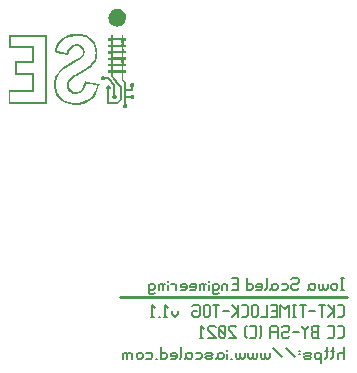
<source format=gbr>
G04 start of page 10 for group -4078 idx -4078 *
G04 Title: (unknown), bottomsilk *
G04 Creator: pcb 4.0.2 *
G04 CreationDate: Thu Apr 29 14:29:52 2021 UTC *
G04 For: petersen *
G04 Format: Gerber/RS-274X *
G04 PCB-Dimensions (mil): 4500.00 2500.00 *
G04 PCB-Coordinate-Origin: lower left *
%MOIN*%
%FSLAX25Y25*%
%LNBOTTOMSILK*%
%ADD61C,0.0070*%
%ADD60C,0.0100*%
%ADD59C,0.0001*%
G54D59*G36*
X85286Y138613D02*Y138548D01*
X85026Y138537D01*
X84760Y138597D01*
X84413Y138977D01*
X84380Y139492D01*
X84510Y139725D01*
X84689Y139894D01*
X84755Y139926D01*
Y146757D01*
X83843Y147907D01*
Y150245D01*
X81027D01*
Y149307D01*
X82433Y147527D01*
X83843Y145748D01*
Y141174D01*
X82487Y139818D01*
X79096D01*
Y144706D01*
X78998Y144776D01*
X78700Y145286D01*
X78857Y145851D01*
X79459Y146122D01*
X80035Y145813D01*
X80170Y145297D01*
X79926Y144831D01*
X79801Y144738D01*
X79796Y144576D01*
X79790Y144120D01*
Y143447D01*
X79785Y142623D01*
Y140501D01*
X82205D01*
X83181Y141478D01*
Y145487D01*
X81760Y147272D01*
X80344Y149062D01*
Y149654D01*
X80338Y150240D01*
X79427D01*
Y151026D01*
X80338D01*
Y152399D01*
X79427D01*
Y153159D01*
X80338D01*
Y154553D01*
X79427D01*
Y155312D01*
X80338D01*
Y156685D01*
X79427D01*
Y157445D01*
X80338D01*
Y158839D01*
X79427D01*
Y159598D01*
X80338D01*
Y160998D01*
X79427D01*
Y161758D01*
X80338D01*
Y163000D01*
X81027D01*
Y161758D01*
X83843D01*
Y163000D01*
X84500D01*
Y161758D01*
X85411D01*
Y160998D01*
X84510D01*
X83827Y161052D01*
X81038D01*
X81033Y160363D01*
X81022Y159669D01*
X82422D01*
X83105Y159674D01*
X83539Y159680D01*
X83762Y159691D01*
X83827Y159701D01*
X83838Y159919D01*
X83832Y160396D01*
X83827Y161052D01*
X84510Y160998D01*
Y159626D01*
X85411D01*
Y158866D01*
X84500D01*
X83843Y158909D01*
X81022D01*
X81033Y158220D01*
Y158204D01*
X81038Y157515D01*
X82422D01*
X83409Y157521D01*
X83821Y157531D01*
X83838Y157748D01*
X83843Y158231D01*
Y158909D01*
X84500Y158866D01*
X84510Y157488D01*
X85411D01*
Y156728D01*
X84500D01*
Y155356D01*
X83843Y155383D01*
Y156756D01*
X81027D01*
Y155383D01*
X83843D01*
X84500Y155356D01*
X85411D01*
Y154596D01*
X84510D01*
X83827Y154623D01*
X81027D01*
Y153240D01*
X82422D01*
X83105Y153245D01*
X83539Y153251D01*
X83762Y153262D01*
X83827Y153272D01*
X83838Y153490D01*
X83832Y153961D01*
X83827Y154623D01*
X84510Y154596D01*
Y153229D01*
X85411D01*
Y152470D01*
X84500D01*
Y151097D01*
X83843D01*
Y152470D01*
X81027D01*
Y151097D01*
X85411D01*
Y150310D01*
X84500D01*
Y148243D01*
X84972Y147652D01*
X85438Y147060D01*
Y144755D01*
X87087D01*
Y145531D01*
X86990Y145601D01*
X86751Y145910D01*
X86697Y146285D01*
X86816Y146605D01*
X87039Y146827D01*
X87332Y146930D01*
X87668Y146898D01*
X87956Y146719D01*
X88140Y146431D01*
X88151Y145997D01*
X88042Y145780D01*
X87874Y145601D01*
X87776Y145531D01*
X87771Y144804D01*
Y144071D01*
X85438D01*
Y142574D01*
X86105Y142579D01*
X86773D01*
X86838Y142677D01*
X87147Y142916D01*
X87527Y142970D01*
X87842Y142850D01*
X88059Y142628D01*
X88167Y142335D01*
X88140Y142004D01*
X87956Y141711D01*
X87657Y141521D01*
X87229D01*
X86876Y141744D01*
X86784Y141868D01*
X86588Y141885D01*
X86111Y141890D01*
X85438D01*
Y140008D01*
X85568Y139894D01*
X85764Y139644D01*
X85818Y139329D01*
X85682Y138884D01*
X85286Y138613D01*
G37*
G36*
X69444Y139633D02*Y139639D01*
X68072Y139644D01*
X66694Y139818D01*
X65229Y140263D01*
X63959Y140941D01*
X62917Y141852D01*
X62120Y142970D01*
X61610Y144234D01*
X61355Y145634D01*
X61361Y147066D01*
X61637Y148438D01*
X62125Y149578D01*
X62852Y150630D01*
X63818Y151618D01*
X65044Y152546D01*
X65522Y152855D01*
X66081Y153186D01*
X66764Y153571D01*
X67632Y154043D01*
X68403Y154466D01*
X68978Y154792D01*
X69417Y155068D01*
X69770Y155312D01*
X70497Y155980D01*
X70844Y156631D01*
X70882Y157043D01*
X70844Y157526D01*
X70660Y158123D01*
X70323Y158584D01*
X69466Y159056D01*
X68815Y159105D01*
X68180Y159040D01*
X67231Y158508D01*
X66471Y157439D01*
X66211Y156864D01*
X65983Y156262D01*
X65907Y156061D01*
X65728Y156105D01*
X65250Y156235D01*
X64545Y156436D01*
X63682Y156680D01*
X61480Y157320D01*
X61540Y157575D01*
X62033Y159078D01*
X62760Y160380D01*
X63699Y161465D01*
X64838Y162311D01*
X65977Y162837D01*
X67252Y163163D01*
X68636Y163288D01*
X70095Y163206D01*
X71967Y162767D01*
X73497Y161942D01*
X74658Y160759D01*
X75418Y159235D01*
X75711Y158036D01*
X75803Y156750D01*
X75673Y155437D01*
X75255Y154254D01*
X74718Y153370D01*
X73969Y152529D01*
X73312Y151949D01*
X72537Y151384D01*
X71522Y150755D01*
X70144Y149979D01*
X69450Y149600D01*
X68934Y149307D01*
X68527Y149062D01*
X68164Y148829D01*
X66905Y147782D01*
X66308Y146713D01*
X65706Y146887D01*
X66390Y148151D01*
X67822Y149361D01*
X68196Y149600D01*
X68620Y149855D01*
X69162Y150164D01*
X69889Y150565D01*
X70974Y151173D01*
X71777Y151650D01*
X72407Y152063D01*
X72949Y152470D01*
X73812Y153262D01*
X74452Y154103D01*
X74891Y155009D01*
X75130Y155991D01*
X75168Y156701D01*
X75141Y157477D01*
X74940Y158627D01*
X74571Y159653D01*
X74029Y160537D01*
X73329Y161264D01*
X71929Y162100D01*
X70182Y162561D01*
X68261Y162647D01*
X66504Y162344D01*
X65250Y161817D01*
X64176Y161042D01*
X63286Y160038D01*
X62608Y158823D01*
X62489Y158508D01*
X62364Y158166D01*
X62277Y157889D01*
X62250Y157765D01*
X62391Y157721D01*
X62749Y157618D01*
X63248Y157466D01*
X63824Y157298D01*
X64410Y157130D01*
X64920Y156978D01*
X65299Y156875D01*
X65462Y156826D01*
X65522Y156870D01*
X65608Y157070D01*
X66102Y158090D01*
X66677Y158855D01*
X67345Y159381D01*
X68115Y159674D01*
X68690Y159740D01*
X69271Y159723D01*
X70226Y159441D01*
X70931Y158877D01*
X71365Y158063D01*
X71511Y157021D01*
X71343Y156153D01*
X70795Y155367D01*
X70366Y154965D01*
X69813Y154564D01*
X69021Y154086D01*
X67876Y153451D01*
X66384Y152621D01*
X65310Y151960D01*
X64502Y151363D01*
X63802Y150717D01*
X63118Y149936D01*
X62597Y149117D01*
X62239Y148227D01*
X62012Y147240D01*
X61963Y146306D01*
X62012Y145351D01*
X62169Y144565D01*
X62397Y143870D01*
X62863Y142964D01*
X63466Y142183D01*
X64220Y141527D01*
X65120Y140995D01*
X66281Y140561D01*
X67611Y140306D01*
X68034Y140273D01*
X68582Y140257D01*
X69130D01*
X69526Y140268D01*
X71397Y140686D01*
X72971Y141554D01*
X74257Y142883D01*
X75255Y144662D01*
X75380Y144988D01*
X75526Y145395D01*
X75651Y145764D01*
X75700Y145948D01*
Y145981D01*
X75537Y146030D01*
X75000Y146149D01*
X73850Y146393D01*
X73220Y146529D01*
X72694Y146643D01*
X72336Y146719D01*
X72184Y146746D01*
X72135Y146730D01*
X72086Y146561D01*
X71940Y146057D01*
X71739Y145531D01*
X70947Y144288D01*
X69878Y143463D01*
X68549Y143160D01*
X67513Y143328D01*
X66656Y143789D01*
X66026Y144521D01*
X65668Y145471D01*
X65706Y146887D01*
X66308Y146713D01*
X66254Y146116D01*
X66308Y145487D01*
X66867Y144451D01*
X67887Y143865D01*
X68142Y143822D01*
X68533Y143805D01*
X68929Y143822D01*
X69167Y143865D01*
X69938Y144228D01*
X70584Y144836D01*
X71099Y145661D01*
X71462Y146686D01*
X71544Y147022D01*
X71593Y147272D01*
X71647Y147484D01*
X71848Y147451D01*
X72374Y147348D01*
X73150Y147185D01*
X74083Y146985D01*
X76503Y146469D01*
X76405Y146100D01*
X75759Y144245D01*
X74897Y142682D01*
X73953Y141575D01*
X72846Y140697D01*
X71262Y139975D01*
X69444Y139633D01*
G37*
G36*
X58859Y151439D02*Y139926D01*
X46175D01*
Y144364D01*
X53939D01*
X53933Y146995D01*
X53922Y149627D01*
X48258D01*
Y154037D01*
X53939D01*
Y158557D01*
X46479D01*
Y162968D01*
X58859D01*
Y151439D01*
X58219Y151444D01*
X58208Y162344D01*
X47113D01*
Y159175D01*
X54573D01*
Y153392D01*
X48888D01*
Y150223D01*
X54573D01*
Y143702D01*
X46799D01*
Y140545D01*
X58225D01*
X58219Y151444D01*
X58859Y151439D01*
G37*
G36*
X81722Y141527D02*Y141521D01*
X81179Y141554D01*
X80794Y141928D01*
X80762Y142427D01*
X81022Y142823D01*
X81125Y142894D01*
Y145791D01*
X80214Y146947D01*
X79297Y148102D01*
X78309D01*
X78184Y147966D01*
X77626Y147717D01*
X77240Y147831D01*
X76964Y148118D01*
X76899Y148390D01*
X76915Y148672D01*
X77051Y148916D01*
X77273Y149106D01*
X77425Y149176D01*
X77626Y149182D01*
X77832Y149171D01*
X77984Y149106D01*
X78212Y148911D01*
X78298Y148791D01*
X79628D01*
X80718Y147408D01*
X81814Y146030D01*
Y144456D01*
X81819Y143344D01*
X81830Y142883D01*
X81961Y142791D01*
X82188Y142438D01*
X82183Y142004D01*
X82004Y141716D01*
X81722Y141527D01*
G37*
G36*
X82888Y165686D02*X82449Y165664D01*
X81998Y165686D01*
X81347Y165859D01*
X80745Y166179D01*
X80230Y166624D01*
X79823Y167172D01*
X79557Y167845D01*
X79449Y168572D01*
X79519Y169299D01*
X79752Y169983D01*
X80176Y170601D01*
X80729Y171106D01*
X81673Y171533D01*
X82682Y171620D01*
X83653Y171377D01*
X84500Y170802D01*
X85020Y170151D01*
X85330Y169386D01*
X85411Y168767D01*
X85373Y168127D01*
X85086Y167264D01*
X84538Y166532D01*
X83773Y165973D01*
X82888Y165686D01*
G37*
G54D60*X159000Y75500D02*X83500D01*
G54D61*X157000Y82000D02*X158000D01*
X157500Y78000D02*Y82000D01*
X157000Y78000D02*X158000D01*
X155800Y78500D02*Y79500D01*
X155300Y80000D01*
X154300D02*X155300D01*
X154300D02*X153800Y79500D01*
Y78500D02*Y79500D01*
X154300Y78000D02*X153800Y78500D01*
X154300Y78000D02*X155300D01*
X155800Y78500D02*X155300Y78000D01*
X152600Y78500D02*Y80000D01*
Y78500D02*X152100Y78000D01*
X151600D02*X152100D01*
X151600D02*X151100Y78500D01*
Y80000D01*
Y78500D02*X150600Y78000D01*
X150100D02*X150600D01*
X150100D02*X149600Y78500D01*
Y80000D01*
X146900D02*X146400Y79500D01*
X146900Y80000D02*X147900D01*
X148400Y79500D02*X147900Y80000D01*
X148400Y78500D02*Y79500D01*
Y78500D02*X147900Y78000D01*
X146400Y78500D02*Y80000D01*
Y78500D02*X145900Y78000D01*
X146900D02*X147900D01*
X146900D02*X146400Y78500D01*
X140900Y82000D02*X140400Y81500D01*
X140900Y82000D02*X142400D01*
X142900Y81500D02*X142400Y82000D01*
X142900Y80500D02*Y81500D01*
Y80500D02*X142400Y80000D01*
X140900D02*X142400D01*
X140900D02*X140400Y79500D01*
Y78500D02*Y79500D01*
X140900Y78000D02*X140400Y78500D01*
X140900Y78000D02*X142400D01*
X142900Y78500D02*X142400Y78000D01*
X137200Y80000D02*X138700D01*
X139200Y79500D02*X138700Y80000D01*
X139200Y78500D02*Y79500D01*
Y78500D02*X138700Y78000D01*
X137200D02*X138700D01*
X134500Y80000D02*X134000Y79500D01*
X134500Y80000D02*X135500D01*
X136000Y79500D02*X135500Y80000D01*
X136000Y78500D02*Y79500D01*
Y78500D02*X135500Y78000D01*
X134000Y78500D02*Y80000D01*
Y78500D02*X133500Y78000D01*
X134500D02*X135500D01*
X134500D02*X134000Y78500D01*
X132300D02*Y82000D01*
Y78500D02*X131800Y78000D01*
X128800D02*X130300D01*
X130800Y78500D02*X130300Y78000D01*
X130800Y78500D02*Y79500D01*
X130300Y80000D01*
X129300D02*X130300D01*
X129300D02*X128800Y79500D01*
Y79000D02*X130800D01*
X128800D02*Y79500D01*
X125600Y78000D02*Y82000D01*
X126100Y78000D02*X125600Y78500D01*
X126100Y78000D02*X127100D01*
X127600Y78500D02*X127100Y78000D01*
X127600Y78500D02*Y79500D01*
X127100Y80000D01*
X126100D02*X127100D01*
X126100D02*X125600Y79500D01*
X121100Y80000D02*X122600D01*
X120600Y78000D02*X122600D01*
Y82000D01*
X120600D02*X122600D01*
X118900Y78000D02*Y79500D01*
X118400Y80000D01*
X117900D02*X118400D01*
X117900D02*X117400Y79500D01*
Y78000D02*Y79500D01*
X119400Y80000D02*X118900Y79500D01*
X114700Y80000D02*X114200Y79500D01*
X114700Y80000D02*X115700D01*
X116200Y79500D02*X115700Y80000D01*
X116200Y78500D02*Y79500D01*
Y78500D02*X115700Y78000D01*
X114700D02*X115700D01*
X114700D02*X114200Y78500D01*
X116200Y77000D02*X115700Y76500D01*
X114700D02*X115700D01*
X114700D02*X114200Y77000D01*
Y80000D01*
X113000Y80500D02*Y81000D01*
Y78000D02*Y79500D01*
X111500Y78000D02*Y79500D01*
X111000Y80000D01*
X110500D02*X111000D01*
X110500D02*X110000Y79500D01*
Y78000D02*Y79500D01*
X112000Y80000D02*X111500Y79500D01*
X106800Y78000D02*X108300D01*
X108800Y78500D02*X108300Y78000D01*
X108800Y78500D02*Y79500D01*
X108300Y80000D01*
X107300D02*X108300D01*
X107300D02*X106800Y79500D01*
Y79000D02*X108800D01*
X106800D02*Y79500D01*
X103600Y78000D02*X105100D01*
X105600Y78500D02*X105100Y78000D01*
X105600Y78500D02*Y79500D01*
X105100Y80000D01*
X104100D02*X105100D01*
X104100D02*X103600Y79500D01*
Y79000D02*X105600D01*
X103600D02*Y79500D01*
X101900Y78000D02*Y79500D01*
X101400Y80000D01*
X100400D02*X101400D01*
X102400D02*X101900Y79500D01*
X99200Y80500D02*Y81000D01*
Y78000D02*Y79500D01*
X97700Y78000D02*Y79500D01*
X97200Y80000D01*
X96700D02*X97200D01*
X96700D02*X96200Y79500D01*
Y78000D02*Y79500D01*
X98200Y80000D02*X97700Y79500D01*
X93500Y80000D02*X93000Y79500D01*
X93500Y80000D02*X94500D01*
X95000Y79500D02*X94500Y80000D01*
X95000Y78500D02*Y79500D01*
Y78500D02*X94500Y78000D01*
X93500D02*X94500D01*
X93500D02*X93000Y78500D01*
X95000Y77000D02*X94500Y76500D01*
X93500D02*X94500D01*
X93500D02*X93000Y77000D01*
Y80000D01*
X156000Y62000D02*X157500D01*
X158000Y62500D02*X157500Y62000D01*
X158000Y62500D02*Y65500D01*
X157500Y66000D01*
X156000D02*X157500D01*
X152800Y62000D02*X154300D01*
X154800Y62500D02*X154300Y62000D01*
X154800Y62500D02*Y65500D01*
X154300Y66000D01*
X152800D02*X154300D01*
X147800Y62000D02*X149800D01*
X147800D02*X147300Y62500D01*
Y63500D01*
X147800Y64000D02*X147300Y63500D01*
X147800Y64000D02*X149300D01*
Y62000D02*Y66000D01*
X147800D02*X149800D01*
X147800D02*X147300Y65500D01*
Y64500D02*Y65500D01*
X147800Y64000D02*X147300Y64500D01*
X146100Y65500D02*Y66000D01*
Y65500D02*X145100Y64500D01*
X144100Y65500D01*
Y66000D01*
X145100Y62000D02*Y64500D01*
X140900Y64000D02*X142900D01*
X137700Y66000D02*X137200Y65500D01*
X137700Y66000D02*X139200D01*
X139700Y65500D02*X139200Y66000D01*
X139700Y64500D02*Y65500D01*
Y64500D02*X139200Y64000D01*
X137700D02*X139200D01*
X137700D02*X137200Y63500D01*
Y62500D02*Y63500D01*
X137700Y62000D02*X137200Y62500D01*
X137700Y62000D02*X139200D01*
X139700Y62500D02*X139200Y62000D01*
X136000D02*Y65500D01*
X135500Y66000D01*
X134000D02*X135500D01*
X134000D02*X133500Y65500D01*
Y62000D02*Y65500D01*
Y64000D02*X136000D01*
X130500Y62500D02*X130000Y62000D01*
X130500Y65500D02*X130000Y66000D01*
X130500Y62500D02*Y65500D01*
X126800Y62000D02*X128300D01*
X128800Y62500D02*X128300Y62000D01*
X128800Y62500D02*Y65500D01*
X128300Y66000D01*
X126800D02*X128300D01*
X125600D02*X125100Y65500D01*
Y62500D02*Y65500D01*
X125600Y62000D02*X125100Y62500D01*
X122100Y65500D02*X121600Y66000D01*
X120100D02*X121600D01*
X120100D02*X119600Y65500D01*
Y64500D02*Y65500D01*
X122100Y62000D02*X119600Y64500D01*
Y62000D02*X122100D01*
X118400Y62500D02*X117900Y62000D01*
X118400Y62500D02*Y65500D01*
X117900Y66000D01*
X116900D02*X117900D01*
X116900D02*X116400Y65500D01*
Y62500D02*Y65500D01*
X116900Y62000D02*X116400Y62500D01*
X116900Y62000D02*X117900D01*
X118400Y63000D02*X116400Y65000D01*
X115200Y65500D02*X114700Y66000D01*
X113200D02*X114700D01*
X113200D02*X112700Y65500D01*
Y64500D02*Y65500D01*
X115200Y62000D02*X112700Y64500D01*
Y62000D02*X115200D01*
X110000D02*X111000D01*
X110500D02*Y66000D01*
X111500Y65000D02*X110500Y66000D01*
X158000Y55000D02*Y59000D01*
Y56500D02*X157500Y57000D01*
X156500D02*X157500D01*
X156500D02*X156000Y56500D01*
Y55000D02*Y56500D01*
X154300Y55500D02*Y59000D01*
Y55500D02*X153800Y55000D01*
Y57500D02*X154800D01*
X152300Y55500D02*Y59000D01*
Y55500D02*X151800Y55000D01*
Y57500D02*X152800D01*
X150300Y53500D02*Y56500D01*
X150800Y57000D02*X150300Y56500D01*
X149800Y57000D01*
X148800D02*X149800D01*
X148800D02*X148300Y56500D01*
Y55500D02*Y56500D01*
X148800Y55000D02*X148300Y55500D01*
X148800Y55000D02*X149800D01*
X150300Y55500D02*X149800Y55000D01*
X145100D02*X146600D01*
X145100D02*X144600Y55500D01*
X145100Y56000D02*X144600Y55500D01*
X145100Y56000D02*X146600D01*
X147100Y56500D02*X146600Y56000D01*
X147100Y56500D02*X146600Y57000D01*
X145100D02*X146600D01*
X145100D02*X144600Y56500D01*
X147100Y55500D02*X146600Y55000D01*
X142900Y57500D02*X143400D01*
X142900Y56500D02*X143400D01*
X141700Y55500D02*X138700Y58500D01*
X137500Y55500D02*X134500Y58500D01*
X133300Y55500D02*Y57000D01*
Y55500D02*X132800Y55000D01*
X132300D02*X132800D01*
X132300D02*X131800Y55500D01*
Y57000D01*
Y55500D02*X131300Y55000D01*
X130800D02*X131300D01*
X130800D02*X130300Y55500D01*
Y57000D01*
X129100Y55500D02*Y57000D01*
Y55500D02*X128600Y55000D01*
X128100D02*X128600D01*
X128100D02*X127600Y55500D01*
Y57000D01*
Y55500D02*X127100Y55000D01*
X126600D02*X127100D01*
X126600D02*X126100Y55500D01*
Y57000D01*
X124900Y55500D02*Y57000D01*
Y55500D02*X124400Y55000D01*
X123900D02*X124400D01*
X123900D02*X123400Y55500D01*
Y57000D01*
Y55500D02*X122900Y55000D01*
X122400D02*X122900D01*
X122400D02*X121900Y55500D01*
Y57000D01*
X120200Y55000D02*X120700D01*
X119000Y57500D02*Y58000D01*
Y55000D02*Y56500D01*
X116500Y57000D02*X116000Y56500D01*
X116500Y57000D02*X117500D01*
X118000Y56500D02*X117500Y57000D01*
X118000Y55500D02*Y56500D01*
Y55500D02*X117500Y55000D01*
X116000Y55500D02*Y57000D01*
Y55500D02*X115500Y55000D01*
X116500D02*X117500D01*
X116500D02*X116000Y55500D01*
X112300Y55000D02*X113800D01*
X112300D02*X111800Y55500D01*
X112300Y56000D02*X111800Y55500D01*
X112300Y56000D02*X113800D01*
X114300Y56500D02*X113800Y56000D01*
X114300Y56500D02*X113800Y57000D01*
X112300D02*X113800D01*
X112300D02*X111800Y56500D01*
X114300Y55500D02*X113800Y55000D01*
X108600Y57000D02*X110100D01*
X110600Y56500D02*X110100Y57000D01*
X110600Y55500D02*Y56500D01*
Y55500D02*X110100Y55000D01*
X108600D02*X110100D01*
X105900Y57000D02*X105400Y56500D01*
X105900Y57000D02*X106900D01*
X107400Y56500D02*X106900Y57000D01*
X107400Y55500D02*Y56500D01*
Y55500D02*X106900Y55000D01*
X105400Y55500D02*Y57000D01*
Y55500D02*X104900Y55000D01*
X105900D02*X106900D01*
X105900D02*X105400Y55500D01*
X103700D02*Y59000D01*
Y55500D02*X103200Y55000D01*
X100200D02*X101700D01*
X102200Y55500D02*X101700Y55000D01*
X102200Y55500D02*Y56500D01*
X101700Y57000D01*
X100700D02*X101700D01*
X100700D02*X100200Y56500D01*
Y56000D02*X102200D01*
X100200D02*Y56500D01*
X97000Y55000D02*Y59000D01*
X97500Y55000D02*X97000Y55500D01*
X97500Y55000D02*X98500D01*
X99000Y55500D02*X98500Y55000D01*
X99000Y55500D02*Y56500D01*
X98500Y57000D01*
X97500D02*X98500D01*
X97500D02*X97000Y56500D01*
X95300Y55000D02*X95800D01*
X92100Y57000D02*X93600D01*
X94100Y56500D02*X93600Y57000D01*
X94100Y55500D02*Y56500D01*
Y55500D02*X93600Y55000D01*
X92100D02*X93600D01*
X90900Y55500D02*Y56500D01*
X90400Y57000D01*
X89400D02*X90400D01*
X89400D02*X88900Y56500D01*
Y55500D02*Y56500D01*
X89400Y55000D02*X88900Y55500D01*
X89400Y55000D02*X90400D01*
X90900Y55500D02*X90400Y55000D01*
X87200D02*Y56500D01*
X86700Y57000D01*
X86200D02*X86700D01*
X86200D02*X85700Y56500D01*
Y55000D02*Y56500D01*
X85200Y57000D01*
X84700D02*X85200D01*
X84700D02*X84200Y56500D01*
Y55000D02*Y56500D01*
X87700Y57000D02*X87200Y56500D01*
X156000Y69000D02*X157500D01*
X158000Y69500D02*X157500Y69000D01*
X158000Y69500D02*Y72500D01*
X157500Y73000D01*
X156000D02*X157500D01*
X154800Y69000D02*Y73000D01*
Y71000D02*X152800Y73000D01*
X154800Y71000D02*X152800Y69000D01*
X149600Y73000D02*X151600D01*
X150600Y69000D02*Y73000D01*
X146400Y71000D02*X148400D01*
X143200Y73000D02*X145200D01*
X144200Y69000D02*Y73000D01*
X141000D02*X142000D01*
X141500Y69000D02*Y73000D01*
X141000Y69000D02*X142000D01*
X139800D02*Y73000D01*
X138300Y71500D01*
X136800Y73000D01*
Y69000D02*Y73000D01*
X134100Y71000D02*X135600D01*
X133600Y69000D02*X135600D01*
Y73000D01*
X133600D02*X135600D01*
X132400Y69000D02*Y73000D01*
X130400Y69000D02*X132400D01*
X129200Y69500D02*Y72500D01*
X128700Y73000D01*
X127700D02*X128700D01*
X127700D02*X127200Y72500D01*
Y69500D02*Y72500D01*
X127700Y69000D02*X127200Y69500D01*
X127700Y69000D02*X128700D01*
X129200Y69500D02*X128700Y69000D01*
X124000D02*X125500D01*
X126000Y69500D02*X125500Y69000D01*
X126000Y69500D02*Y72500D01*
X125500Y73000D01*
X124000D02*X125500D01*
X122800Y69000D02*Y73000D01*
Y71000D02*X120800Y73000D01*
X122800Y71000D02*X120800Y69000D01*
X117600Y71000D02*X119600D01*
X114400Y73000D02*X116400D01*
X115400Y69000D02*Y73000D01*
X113200Y69500D02*Y72500D01*
X112700Y73000D01*
X111700D02*X112700D01*
X111700D02*X111200Y72500D01*
Y69500D02*Y72500D01*
X111700Y69000D02*X111200Y69500D01*
X111700Y69000D02*X112700D01*
X113200Y69500D02*X112700Y69000D01*
X108000Y73000D02*X107500Y72500D01*
X108000Y73000D02*X109500D01*
X110000Y72500D02*X109500Y73000D01*
X110000Y69500D02*Y72500D01*
Y69500D02*X109500Y69000D01*
X108000D02*X109500D01*
X108000D02*X107500Y69500D01*
Y70500D01*
X108000Y71000D02*X107500Y70500D01*
X108000Y71000D02*X109000D01*
X102700Y70000D02*Y71000D01*
Y70000D02*X101700Y69000D01*
X100700Y70000D01*
Y71000D01*
X98000Y69000D02*X99000D01*
X98500D02*Y73000D01*
X99500Y72000D02*X98500Y73000D01*
X96300Y69000D02*X96800D01*
X93600D02*X94600D01*
X94100D02*Y73000D01*
X95100Y72000D02*X94100Y73000D01*
M02*

</source>
